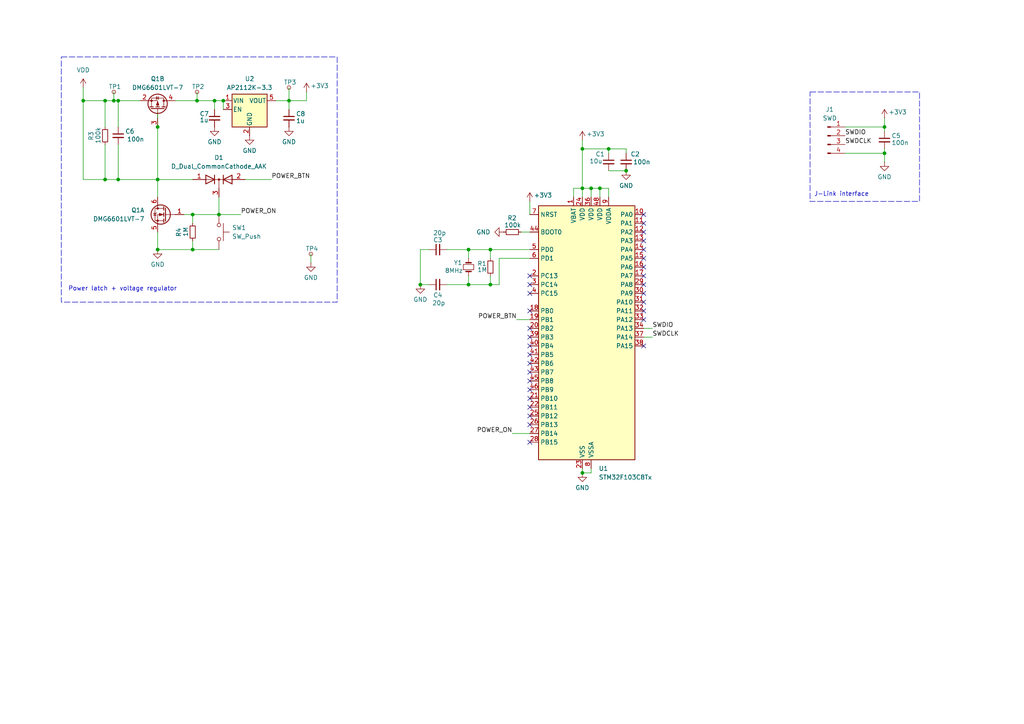
<source format=kicad_sch>
(kicad_sch (version 20231120) (generator "eeschema") (generator_version "8.0")
  (paper "A4")
  (title_block (title "Leany") (date "2024-08-23") (comment 1 "MIT License") (comment 2 "Copyright (c) 2023 Gilles Henrard"))
  (lib_symbols
    (symbol "Connector:Conn_01x04_Pin" (pin_names (offset 1.016) hide)
      (property "Reference" "J" (at 0 5.08 0))
      (property "Value" "Conn_01x04_Pin" (at 0 -7.62 0))
      (symbol "Conn_01x04_Pin_1_1"
        (polyline (pts (xy 1.27 -5.08) (xy 0.8636 -5.08)) (stroke (width 0.1524)))
        (polyline (pts (xy 1.27 -2.54) (xy 0.8636 -2.54)) (stroke (width 0.1524)))
        (polyline (pts (xy 1.27 0) (xy 0.8636 0)) (stroke (width 0.1524)))
        (polyline (pts (xy 1.27 2.54) (xy 0.8636 2.54)) (stroke (width 0.1524)))
        (rectangle (start 0.8636 -4.953) (end 0 -5.207) (stroke (width 0.1524)) (fill (type outline)))
        (rectangle (start 0.8636 -2.413) (end 0 -2.667) (stroke (width 0.1524)) (fill (type outline)))
        (rectangle (start 0.8636 0.127) (end 0 -0.127) (stroke (width 0.1524)) (fill (type outline)))
        (rectangle (start 0.8636 2.667) (end 0 2.413) (stroke (width 0.1524)) (fill (type outline)))
        (pin passive line (at 5.08 2.54 180) (length 3.81) (name "Pin_1") (number "1"))
        (pin passive line (at 5.08 0 180) (length 3.81) (name "Pin_2") (number "2"))
        (pin passive line (at 5.08 -2.54 180) (length 3.81) (name "Pin_3") (number "3"))
        (pin passive line (at 5.08 -5.08 180) (length 3.81) (name "Pin_4") (number "4"))
      )
    )
    (symbol "Connector:TestPoint_Small" (pin_numbers hide) (pin_names (offset 0.762) hide)
      (property "Reference" "TP" (at 0 3.81 0))
      (property "Value" "TestPoint_Small" (at 0 2.032 0))
      (symbol "TestPoint_Small_0_1"
        (circle (center 0 0) (radius 0.508))
      )
      (symbol "TestPoint_Small_1_1"
        (pin passive line (at 0 0 90) (length 0) (name "1") (number "1"))
      )
    )
    (symbol "Device:C_Small" (pin_numbers hide) (pin_names (offset 0.254) hide)
      (property "Reference" "C" (at 0.254 1.778 0))
      (property "Value" "C_Small" (at 0.254 -2.032 0))
      (symbol "C_Small_0_1"
        (polyline (pts (xy -1.524 -0.508) (xy 1.524 -0.508)) (stroke (width 0.3302)))
        (polyline (pts (xy -1.524 0.508) (xy 1.524 0.508)) (stroke (width 0.3048)))
      )
      (symbol "C_Small_1_1"
        (pin passive line (at 0 2.54 270) (length 2.032) (name "~") (number "1"))
        (pin passive line (at 0 -2.54 90) (length 2.032) (name "~") (number "2"))
      )
    )
    (symbol "Device:Crystal_Small" (pin_numbers hide) (pin_names (offset 1.016) hide)
      (property "Reference" "Y" (at 0 2.54 0))
      (property "Value" "Crystal_Small" (at 0 -2.54 0))
      (symbol "Crystal_Small_0_1"
        (rectangle (start -0.762 -1.524) (end 0.762 1.524))
        (polyline (pts (xy -1.27 -0.762) (xy -1.27 0.762)) (stroke (width 0.381)))
        (polyline (pts (xy 1.27 -0.762) (xy 1.27 0.762)) (stroke (width 0.381)))
      )
      (symbol "Crystal_Small_1_1"
        (pin passive line (at -2.54 0 0) (length 1.27) (name "1") (number "1"))
        (pin passive line (at 2.54 0 180) (length 1.27) (name "2") (number "2"))
      )
    )
    (symbol "Device:D_Dual_CommonCathode_AAK" (pin_names (offset 0.762) hide)
      (property "Reference" "D" (at 1.27 -2.54 0))
      (property "Value" "D_Dual_CommonCathode_AAK" (at 0 2.54 0))
      (symbol "D_Dual_CommonCathode_AAK_0_1"
        (polyline (pts (xy -3.81 0) (xy 3.81 0)))
        (polyline (pts (xy 0 0) (xy 0 -2.54)))
        (polyline (pts (xy -1.27 -1.27) (xy -1.27 1.27) (xy -1.27 1.27)) (stroke (width 0.254)))
        (polyline (pts (xy 1.27 -1.27) (xy 1.27 1.27) (xy 1.27 1.27)) (stroke (width 0.254)))
        (polyline (pts (xy -3.81 1.27) (xy -1.27 0) (xy -3.81 -1.27) (xy -3.81 1.27) (xy -3.81 1.27) (xy -3.81 1.27)) (stroke (width 0.254)))
        (polyline (pts (xy 3.81 -1.27) (xy 1.27 0) (xy 3.81 1.27) (xy 3.81 -1.27) (xy 3.81 -1.27) (xy 3.81 -1.27)) (stroke (width 0.254)))
        (circle (center 0 0) (radius 0.254) (fill (type outline)))
        (pin passive line (at -7.62 0 0) (length 3.81) (name "A") (number "1"))
        (pin passive line (at 7.62 0 180) (length 3.81) (name "A") (number "2"))
        (pin passive line (at 0 -5.08 90) (length 2.54) (name "K") (number "3"))
      )
    )
    (symbol "Device:R_Small" (pin_numbers hide) (pin_names (offset 0.254) hide)
      (property "Reference" "R" (at 0.762 0.508 0))
      (property "Value" "R_Small" (at 0.762 -1.016 0))
      (symbol "R_Small_0_1"
        (rectangle (start -0.762 1.778) (end 0.762 -1.778) (stroke (width 0.2032)))
      )
      (symbol "R_Small_1_1"
        (pin passive line (at 0 2.54 270) (length 0.762) (name "~") (number "1"))
        (pin passive line (at 0 -2.54 90) (length 0.762) (name "~") (number "2"))
      )
    )
    (symbol "MCU_ST_STM32F1:STM32F103C8Tx"
      (property "Reference" "U" (at -12.7 39.37 0))
      (property "Value" "STM32F103C8Tx" (at 10.16 39.37 0))
      (symbol "STM32F103C8Tx_0_1"
        (rectangle (start -12.7 -35.56) (end 15.24 38.1) (stroke (width 0.254)) (fill (type background)))
      )
      (symbol "STM32F103C8Tx_1_1"
        (pin power_in line (at -2.54 40.64 270) (length 2.54) (name "VBAT") (number "1"))
        (pin bidirectional line (at 17.78 35.56 180) (length 2.54) (name "PA0") (number "10"))
        (pin bidirectional line (at 17.78 33.02 180) (length 2.54) (name "PA1") (number "11"))
        (pin bidirectional line (at 17.78 30.48 180) (length 2.54) (name "PA2") (number "12"))
        (pin bidirectional line (at 17.78 27.94 180) (length 2.54) (name "PA3") (number "13"))
        (pin bidirectional line (at 17.78 25.4 180) (length 2.54) (name "PA4") (number "14"))
        (pin bidirectional line (at 17.78 22.86 180) (length 2.54) (name "PA5") (number "15"))
        (pin bidirectional line (at 17.78 20.32 180) (length 2.54) (name "PA6") (number "16"))
        (pin bidirectional line (at 17.78 17.78 180) (length 2.54) (name "PA7") (number "17"))
        (pin bidirectional line (at -15.24 7.62 0) (length 2.54) (name "PB0") (number "18"))
        (pin bidirectional line (at -15.24 5.08 0) (length 2.54) (name "PB1") (number "19"))
        (pin bidirectional line (at -15.24 17.78 0) (length 2.54) (name "PC13") (number "2"))
        (pin bidirectional line (at -15.24 2.54 0) (length 2.54) (name "PB2") (number "20"))
        (pin bidirectional line (at -15.24 -17.78 0) (length 2.54) (name "PB10") (number "21"))
        (pin bidirectional line (at -15.24 -20.32 0) (length 2.54) (name "PB11") (number "22"))
        (pin power_in line (at 0 -38.1 90) (length 2.54) (name "VSS") (number "23"))
        (pin power_in line (at 0 40.64 270) (length 2.54) (name "VDD") (number "24"))
        (pin bidirectional line (at -15.24 -22.86 0) (length 2.54) (name "PB12") (number "25"))
        (pin bidirectional line (at -15.24 -25.4 0) (length 2.54) (name "PB13") (number "26"))
        (pin bidirectional line (at -15.24 -27.94 0) (length 2.54) (name "PB14") (number "27"))
        (pin bidirectional line (at -15.24 -30.48 0) (length 2.54) (name "PB15") (number "28"))
        (pin bidirectional line (at 17.78 15.24 180) (length 2.54) (name "PA8") (number "29"))
        (pin bidirectional line (at -15.24 15.24 0) (length 2.54) (name "PC14") (number "3"))
        (pin bidirectional line (at 17.78 12.7 180) (length 2.54) (name "PA9") (number "30"))
        (pin bidirectional line (at 17.78 10.16 180) (length 2.54) (name "PA10") (number "31"))
        (pin bidirectional line (at 17.78 7.62 180) (length 2.54) (name "PA11") (number "32"))
        (pin bidirectional line (at 17.78 5.08 180) (length 2.54) (name "PA12") (number "33"))
        (pin bidirectional line (at 17.78 2.54 180) (length 2.54) (name "PA13") (number "34"))
        (pin passive line (at 0 -38.1 90) (length 2.54) hide (name "VSS") (number "35"))
        (pin power_in line (at 2.54 40.64 270) (length 2.54) (name "VDD") (number "36"))
        (pin bidirectional line (at 17.78 0 180) (length 2.54) (name "PA14") (number "37"))
        (pin bidirectional line (at 17.78 -2.54 180) (length 2.54) (name "PA15") (number "38"))
        (pin bidirectional line (at -15.24 0 0) (length 2.54) (name "PB3") (number "39"))
        (pin bidirectional line (at -15.24 12.7 0) (length 2.54) (name "PC15") (number "4"))
        (pin bidirectional line (at -15.24 -2.54 0) (length 2.54) (name "PB4") (number "40"))
        (pin bidirectional line (at -15.24 -5.08 0) (length 2.54) (name "PB5") (number "41"))
        (pin bidirectional line (at -15.24 -7.62 0) (length 2.54) (name "PB6") (number "42"))
        (pin bidirectional line (at -15.24 -10.16 0) (length 2.54) (name "PB7") (number "43"))
        (pin input line (at -15.24 30.48 0) (length 2.54) (name "BOOT0") (number "44"))
        (pin bidirectional line (at -15.24 -12.7 0) (length 2.54) (name "PB8") (number "45"))
        (pin bidirectional line (at -15.24 -15.24 0) (length 2.54) (name "PB9") (number "46"))
        (pin passive line (at 0 -38.1 90) (length 2.54) hide (name "VSS") (number "47"))
        (pin power_in line (at 5.08 40.64 270) (length 2.54) (name "VDD") (number "48"))
        (pin bidirectional line (at -15.24 25.4 0) (length 2.54) (name "PD0") (number "5"))
        (pin bidirectional line (at -15.24 22.86 0) (length 2.54) (name "PD1") (number "6"))
        (pin input line (at -15.24 35.56 0) (length 2.54) (name "NRST") (number "7"))
        (pin power_in line (at 2.54 -38.1 90) (length 2.54) (name "VSSA") (number "8"))
        (pin power_in line (at 7.62 40.64 270) (length 2.54) (name "VDDA") (number "9"))
      )
    )
    (symbol "Regulator_Linear:AP2112K-3.3" (pin_names (offset 0.254))
      (property "Reference" "U" (at -5.08 5.715 0))
      (property "Value" "AP2112K-3.3" (at 0 5.715 0))
      (symbol "AP2112K-3.3_0_1"
        (rectangle (start -5.08 4.445) (end 5.08 -5.08) (stroke (width 0.254)) (fill (type background)))
      )
      (symbol "AP2112K-3.3_1_1"
        (pin power_in line (at -7.62 2.54 0) (length 2.54) (name "VIN") (number "1"))
        (pin power_in line (at 0 -7.62 90) (length 2.54) (name "GND") (number "2"))
        (pin input line (at -7.62 0 0) (length 2.54) (name "EN") (number "3"))
        (pin no_connect line (at 5.08 0 180) (length 2.54) hide (name "NC") (number "4"))
        (pin power_out line (at 7.62 2.54 180) (length 2.54) (name "VOUT") (number "5"))
      )
    )
    (symbol "Switch:SW_Push" (pin_numbers hide) (pin_names (offset 1.016) hide)
      (property "Reference" "SW" (at 1.27 2.54 0))
      (property "Value" "SW_Push" (at 0 -1.524 0))
      (symbol "SW_Push_0_1"
        (circle (center -2.032 0) (radius 0.508))
        (polyline (pts (xy 0 1.27) (xy 0 3.048)))
        (polyline (pts (xy 2.54 1.27) (xy -2.54 1.27)))
        (circle (center 2.032 0) (radius 0.508))
        (pin passive line (at -5.08 0 0) (length 2.54) (name "1") (number "1"))
        (pin passive line (at 5.08 0 180) (length 2.54) (name "2") (number "2"))
      )
    )
    (symbol "leany-symbols:DMG6601LVT-7" (pin_names hide)
      (property "Reference" "Q" (at 2.54 1.905 0))
      (property "Value" "DMG6601LVT-7" (at 2.54 0 0))
      (symbol "DMG6601LVT-7_0_1"
        (circle (center -0.889 0) (radius 2.794) (stroke (width 0.254)))
        (circle (center 0 -1.778) (radius 0.254) (fill (type outline)))
        (polyline (pts (xy -2.286 0) (xy -5.08 0)))
        (polyline (pts (xy -2.286 1.905) (xy -2.286 -1.905)) (stroke (width 0.254)))
        (polyline (pts (xy -1.778 -1.27) (xy -1.778 -2.286)) (stroke (width 0.254)))
        (polyline (pts (xy -1.778 0.508) (xy -1.778 -0.508)) (stroke (width 0.254)))
        (polyline (pts (xy -1.778 2.286) (xy -1.778 1.27)) (stroke (width 0.254)))
        (polyline (pts (xy 0 2.54) (xy 0 1.778)))
        (polyline (pts (xy 0 -2.54) (xy 0 0) (xy -1.778 0)))
        (polyline (pts (xy -1.778 -1.778) (xy 0.762 -1.778) (xy 0.762 1.778) (xy -1.778 1.778)))
        (circle (center 0 1.778) (radius 0.254) (fill (type outline)))
      )
      (symbol "DMG6601LVT-7_1_1"
        (polyline (pts (xy -1.524 0) (xy -0.508 0.381) (xy -0.508 -0.381) (xy -1.524 0)) (fill (type outline)))
        (polyline (pts (xy 0.254 0.508) (xy 0.381 0.381) (xy 1.143 0.381) (xy 1.27 0.254)))
        (polyline (pts (xy 0.762 0.381) (xy 0.381 -0.254) (xy 1.143 -0.254) (xy 0.762 0.381)))
        (pin passive line (at -7.62 0 0) (length 2.54) (name "G") (number "1"))
        (pin passive line (at 0 -5.08 90) (length 2.54) (name "S") (number "5"))
        (pin passive line (at 0 5.08 270) (length 2.54) (name "D") (number "6"))
      )
      (symbol "DMG6601LVT-7_2_1"
        (polyline (pts (xy -0.254 0) (xy -1.27 0.381) (xy -1.27 -0.381) (xy -0.254 0)) (fill (type outline)))
        (polyline (pts (xy 0.254 -0.508) (xy 0.381 -0.381) (xy 1.143 -0.381) (xy 1.27 -0.254)))
        (polyline (pts (xy 0.762 -0.381) (xy 0.381 0.254) (xy 1.143 0.254) (xy 0.762 -0.381)))
        (pin passive line (at 0 -5.08 90) (length 2.54) (name "S") (number "2"))
        (pin passive line (at -7.62 0 0) (length 2.54) (name "G") (number "3"))
        (pin passive line (at 0 5.08 270) (length 2.54) (name "D") (number "4"))
      )
    )
    (symbol "power:+3V3" (power) (pin_numbers hide) (pin_names (offset 0) hide)
      (property "Value" "+3V3" (at 0 3.556 0))
      (symbol "+3V3_0_1"
        (polyline (pts (xy -0.762 1.27) (xy 0 2.54)))
        (polyline (pts (xy 0 0) (xy 0 2.54)))
        (polyline (pts (xy 0 2.54) (xy 0.762 1.27)))
      )
      (symbol "+3V3_1_1"
        (pin power_in line (at 0 0 90) (length 0) (name "~") (number "1"))
      )
    )
    (symbol "power:GND" (power) (pin_numbers hide) (pin_names (offset 0) hide)
      (property "Value" "GND" (at 0 -3.81 0))
      (symbol "GND_0_1"
        (polyline (pts (xy 0 0) (xy 0 -1.27) (xy 1.27 -1.27) (xy 0 -2.54) (xy -1.27 -1.27) (xy 0 -1.27)))
      )
      (symbol "GND_1_1"
        (pin power_in line (at 0 0 270) (length 0) (name "~") (number "1"))
      )
    )
    (symbol "power:VDD" (power) (pin_numbers hide) (pin_names (offset 0) hide)
      (property "Value" "VDD" (at 0 3.556 0))
      (symbol "VDD_0_1"
        (polyline (pts (xy -0.762 1.27) (xy 0 2.54)))
        (polyline (pts (xy 0 0) (xy 0 2.54)))
        (polyline (pts (xy 0 2.54) (xy 0.762 1.27)))
      )
      (symbol "VDD_1_1"
        (pin power_in line (at 0 0 90) (length 0) (name "~") (number "1"))
      )
    )
  )
  (junction (at 34.29 29.21))
  (junction (at 142.24 82.55))
  (junction (at 24.13 29.21))
  (junction (at 45.72 36.83))
  (junction (at 30.48 52.07))
  (junction (at 57.15 29.21))
  (junction (at 168.91 137.16))
  (junction (at 33.02 29.21))
  (junction (at 181.61 49.53))
  (junction (at 171.45 54.61))
  (junction (at 55.88 62.23))
  (junction (at 135.89 72.39))
  (junction (at 30.48 29.21))
  (junction (at 176.53 43.18))
  (junction (at 168.91 43.18))
  (junction (at 64.77 29.21))
  (junction (at 121.92 82.55))
  (junction (at 256.54 44.45))
  (junction (at 34.29 52.07))
  (junction (at 135.89 82.55))
  (junction (at 55.88 72.39))
  (junction (at 83.82 29.21))
  (junction (at 168.91 54.61))
  (junction (at 63.5 62.23))
  (junction (at 256.54 36.83))
  (junction (at 142.24 72.39))
  (junction (at 173.99 54.61))
  (junction (at 45.72 72.39))
  (junction (at 62.23 29.21))
  (junction (at 45.72 52.07))
  (no_connect (at 153.67 115.57))
  (no_connect (at 186.69 90.17))
  (no_connect (at 186.69 69.85))
  (no_connect (at 153.67 102.87))
  (no_connect (at 153.67 90.17))
  (no_connect (at 186.69 80.01))
  (no_connect (at 186.69 62.23))
  (no_connect (at 153.67 82.55))
  (no_connect (at 186.69 100.33))
  (no_connect (at 186.69 85.09))
  (no_connect (at 186.69 87.63))
  (no_connect (at 186.69 72.39))
  (no_connect (at 153.67 118.11))
  (no_connect (at 186.69 77.47))
  (no_connect (at 153.67 110.49))
  (no_connect (at 186.69 67.31))
  (no_connect (at 153.67 120.65))
  (no_connect (at 186.69 64.77))
  (no_connect (at 153.67 80.01))
  (no_connect (at 153.67 113.03))
  (no_connect (at 153.67 100.33))
  (no_connect (at 153.67 85.09))
  (no_connect (at 153.67 95.25))
  (no_connect (at 186.69 82.55))
  (no_connect (at 153.67 105.41))
  (no_connect (at 153.67 97.79))
  (no_connect (at 153.67 123.19))
  (no_connect (at 153.67 107.95))
  (no_connect (at 153.67 128.27))
  (no_connect (at 186.69 74.93))
  (no_connect (at 186.69 92.71))
  (wire (pts (xy 83.82 29.21) (xy 83.82 31.75)))
  (wire (pts (xy 135.89 72.39) (xy 129.54 72.39)))
  (wire (pts (xy 181.61 43.18) (xy 181.61 44.45)))
  (wire (pts (xy 186.69 97.79) (xy 189.23 97.79)))
  (wire (pts (xy 45.72 33.02) (xy 45.72 36.83)))
  (wire (pts (xy 64.77 29.21) (xy 62.23 29.21)))
  (wire (pts (xy 245.11 36.83) (xy 256.54 36.83)))
  (wire (pts (xy 168.91 137.16) (xy 168.91 135.89)))
  (wire (pts (xy 45.72 52.07) (xy 45.72 57.15)))
  (wire (pts (xy 144.78 82.55) (xy 144.78 74.93)))
  (wire (pts (xy 62.23 29.21) (xy 62.23 31.75)))
  (wire (pts (xy 45.72 67.31) (xy 45.72 72.39)))
  (wire (pts (xy 149.86 92.71) (xy 153.67 92.71)))
  (wire (pts (xy 34.29 29.21) (xy 40.64 29.21)))
  (wire (pts (xy 63.5 57.15) (xy 63.5 62.23)))
  (wire (pts (xy 144.78 74.93) (xy 153.67 74.93)))
  (wire (pts (xy 24.13 52.07) (xy 30.48 52.07)))
  (wire (pts (xy 90.17 73.66) (xy 90.17 76.2)))
  (wire (pts (xy 173.99 54.61) (xy 176.53 54.61)))
  (wire (pts (xy 176.53 43.18) (xy 181.61 43.18)))
  (wire (pts (xy 33.02 26.67) (xy 33.02 29.21)))
  (wire (pts (xy 50.8 29.21) (xy 57.15 29.21)))
  (wire (pts (xy 34.29 41.91) (xy 34.29 52.07)))
  (wire (pts (xy 53.34 62.23) (xy 55.88 62.23)))
  (wire (pts (xy 24.13 29.21) (xy 24.13 52.07)))
  (wire (pts (xy 88.9 29.21) (xy 88.9 26.67)))
  (wire (pts (xy 57.15 29.21) (xy 62.23 29.21)))
  (wire (pts (xy 57.15 26.67) (xy 57.15 29.21)))
  (wire (pts (xy 142.24 72.39) (xy 142.24 74.93)))
  (wire (pts (xy 142.24 82.55) (xy 144.78 82.55)))
  (wire (pts (xy 34.29 29.21) (xy 34.29 36.83)))
  (wire (pts (xy 83.82 29.21) (xy 88.9 29.21)))
  (wire (pts (xy 256.54 43.18) (xy 256.54 44.45)))
  (wire (pts (xy 33.02 29.21) (xy 34.29 29.21)))
  (wire (pts (xy 153.67 58.42) (xy 153.67 62.23)))
  (wire (pts (xy 71.12 52.07) (xy 78.74 52.07)))
  (wire (pts (xy 173.99 54.61) (xy 173.99 57.15)))
  (wire (pts (xy 166.37 57.15) (xy 166.37 54.61)))
  (wire (pts (xy 30.48 41.91) (xy 30.48 52.07)))
  (wire (pts (xy 168.91 54.61) (xy 168.91 57.15)))
  (wire (pts (xy 256.54 36.83) (xy 256.54 38.1)))
  (wire (pts (xy 30.48 29.21) (xy 30.48 36.83)))
  (wire (pts (xy 83.82 25.4) (xy 83.82 29.21)))
  (wire (pts (xy 168.91 43.18) (xy 168.91 54.61)))
  (wire (pts (xy 171.45 137.16) (xy 171.45 135.89)))
  (wire (pts (xy 171.45 54.61) (xy 173.99 54.61)))
  (wire (pts (xy 45.72 52.07) (xy 55.88 52.07)))
  (wire (pts (xy 148.59 125.73) (xy 153.67 125.73)))
  (wire (pts (xy 24.13 29.21) (xy 30.48 29.21)))
  (wire (pts (xy 168.91 43.18) (xy 176.53 43.18)))
  (wire (pts (xy 135.89 72.39) (xy 135.89 74.93)))
  (wire (pts (xy 256.54 36.83) (xy 256.54 34.29)))
  (wire (pts (xy 168.91 40.64) (xy 168.91 43.18)))
  (wire (pts (xy 129.54 82.55) (xy 135.89 82.55)))
  (wire (pts (xy 55.88 62.23) (xy 55.88 64.77)))
  (wire (pts (xy 171.45 54.61) (xy 171.45 57.15)))
  (wire (pts (xy 80.01 29.21) (xy 83.82 29.21)))
  (wire (pts (xy 55.88 69.85) (xy 55.88 72.39)))
  (wire (pts (xy 121.92 82.55) (xy 124.46 82.55)))
  (wire (pts (xy 55.88 62.23) (xy 63.5 62.23)))
  (wire (pts (xy 142.24 80.01) (xy 142.24 82.55)))
  (wire (pts (xy 121.92 72.39) (xy 121.92 82.55)))
  (wire (pts (xy 55.88 72.39) (xy 63.5 72.39)))
  (wire (pts (xy 181.61 49.53) (xy 176.53 49.53)))
  (wire (pts (xy 142.24 72.39) (xy 135.89 72.39)))
  (wire (pts (xy 153.67 72.39) (xy 142.24 72.39)))
  (wire (pts (xy 256.54 44.45) (xy 245.11 44.45)))
  (wire (pts (xy 30.48 29.21) (xy 33.02 29.21)))
  (wire (pts (xy 176.53 54.61) (xy 176.53 57.15)))
  (wire (pts (xy 24.13 25.4) (xy 24.13 29.21)))
  (wire (pts (xy 166.37 54.61) (xy 168.91 54.61)))
  (wire (pts (xy 64.77 29.21) (xy 64.77 31.75)))
  (wire (pts (xy 135.89 82.55) (xy 142.24 82.55)))
  (wire (pts (xy 45.72 36.83) (xy 45.72 52.07)))
  (wire (pts (xy 135.89 80.01) (xy 135.89 82.55)))
  (wire (pts (xy 63.5 62.23) (xy 69.85 62.23)))
  (wire (pts (xy 256.54 46.99) (xy 256.54 44.45)))
  (wire (pts (xy 34.29 52.07) (xy 45.72 52.07)))
  (wire (pts (xy 176.53 43.18) (xy 176.53 44.45)))
  (wire (pts (xy 45.72 72.39) (xy 55.88 72.39)))
  (wire (pts (xy 186.69 95.25) (xy 189.23 95.25)))
  (wire (pts (xy 168.91 54.61) (xy 171.45 54.61)))
  (wire (pts (xy 121.92 72.39) (xy 124.46 72.39)))
  (wire (pts (xy 168.91 137.16) (xy 171.45 137.16)))
  (wire (pts (xy 30.48 52.07) (xy 34.29 52.07)))
  (wire (pts (xy 151.13 67.31) (xy 153.67 67.31)))
  (rectangle (start 234.95 26.67) (end 266.7 58.42) (stroke (width 0) (type dash)))
  (rectangle (start 17.78 16.51) (end 97.79 87.63) (stroke (width 0) (type dash)))
  (text "Power latch + voltage regulator" (at 35.56 83.82 0) (effects (font (size 1.27 1.27))))
  (text "J-Link interface" (at 244.094 56.388 0) (effects (font (size 1.27 1.27))))
  (label "POWER_BTN" (at 149.86 92.71 180))
  (label "SWDCLK" (at 189.23 97.79 0))
  (label "POWER_ON" (at 148.59 125.73 180))
  (label "SWDIO" (at 245.11 39.37 0))
  (label "POWER_BTN" (at 78.74 52.07 0))
  (label "SWDCLK" (at 245.11 41.91 0))
  (label "SWDIO" (at 189.23 95.25 0))
  (label "POWER_ON" (at 69.85 62.23 0))
  (symbol (lib_id "power:GND") (at 256.54 46.99 0) (unit 1)
    (property "Reference" "#PWR09" (effects (hide yes)))
    (property "Value" "GND" (at 256.54 51.308 0))
    (property "Description" "Power symbol creates a global label with name \"GND\" , ground" (effects (hide yes)))
  )
  (symbol (lib_id "power:GND") (at 90.17 76.2 0) (unit 1)
    (property "Reference" "#PWR010" (effects (hide yes)))
    (property "Value" "GND" (at 90.17 80.518 0))
    (property "Description" "Power symbol creates a global label with name \"GND\" , ground" (effects (hide yes)))
  )
  (symbol (lib_id "power:GND") (at 146.05 67.31 270) (unit 1)
    (property "Reference" "#PWR05" (effects (hide yes)))
    (property "Value" "GND" (at 142.24 67.3099 90) (effects (justify right)))
    (property "Description" "Power symbol creates a global label with name \"GND\" , ground" (effects (hide yes)))
  )
  (symbol (lib_id "power:GND") (at 83.82 36.83 0) (unit 1)
    (property "Reference" "#PWR014" (effects (hide yes)))
    (property "Value" "GND" (at 83.82 41.148 0))
    (property "Description" "Power symbol creates a global label with name \"GND\" , ground" (effects (hide yes)))
  )
  (symbol (lib_id "Device:C_Small") (at 83.82 34.29 0) (unit 1)
    (property "Reference" "C8" (at 85.852 33.02 0) (effects (justify left)))
    (property "Value" "1u" (at 85.852 35.052 0) (effects (justify left)))
    (property "Footprint" "Capacitor_SMD:C_0201_0603Metric" (effects (hide yes)))
    (property "Description" "Unpolarized capacitor, small symbol" (effects (hide yes)))
  )
  (symbol (lib_id "Device:C_Small") (at 176.53 46.99 0) (unit 1)
    (property "Reference" "C1" (at 172.72 44.704 0) (effects (justify left)))
    (property "Value" "10u" (at 170.942 46.736 0) (effects (justify left)))
    (property "Footprint" "Capacitor_SMD:C_0201_0603Metric" (effects (hide yes)))
    (property "Description" "Unpolarized capacitor, small symbol" (effects (hide yes)))
  )
  (symbol (lib_id "Connector:Conn_01x04_Pin") (at 240.03 39.37 0) (unit 1)
    (property "Reference" "J1" (at 240.665 31.75 0))
    (property "Value" "SWD" (at 240.665 34.29 0))
    (property "Description" "Generic connector, single row, 01x04, script generated" (effects (hide yes)))
  )
  (symbol (lib_id "power:GND") (at 72.39 39.37 0) (unit 1)
    (property "Reference" "#PWR013" (effects (hide yes)))
    (property "Value" "GND" (at 72.39 43.688 0))
    (property "Description" "Power symbol creates a global label with name \"GND\" , ground" (effects (hide yes)))
  )
  (symbol (lib_id "Device:C_Small") (at 127 82.55 90) (unit 1)
    (property "Reference" "C4" (at 127 85.598 90))
    (property "Value" "20p" (at 127.254 87.884 90))
    (property "Footprint" "Capacitor_SMD:C_0201_0603Metric" (effects (hide yes)))
    (property "Description" "Unpolarized capacitor, small symbol" (effects (hide yes)))
  )
  (symbol (lib_id "Device:C_Small") (at 256.54 40.64 0) (unit 1)
    (property "Reference" "C5" (at 258.572 39.37 0) (effects (justify left)))
    (property "Value" "100n" (at 258.572 41.402 0) (effects (justify left)))
    (property "Footprint" "Capacitor_SMD:C_0201_0603Metric" (effects (hide yes)))
    (property "Description" "Unpolarized capacitor, small symbol" (effects (hide yes)))
  )
  (symbol (lib_id "MCU_ST_STM32F1:STM32F103C8Tx") (at 168.91 97.79 0) (unit 1)
    (property "Reference" "U1" (at 173.6441 135.89 0) (effects (justify left)))
    (property "Value" "STM32F103C8Tx" (at 173.6441 138.43 0) (effects (justify left)))
    (property "Footprint" "Package_QFP:LQFP-48_7x7mm_P0.5mm" (effects (hide yes)))
    (property "Datasheet" "https://www.st.com/resource/en/datasheet/stm32f103c8.pdf" (effects (hide yes)))
    (property "Description" "STMicroelectronics Arm Cortex-M3 MCU, 64KB flash, 20KB RAM, 72 MHz, 2.0-3.6V, 37 GPIO, LQFP48" (effects (hide yes)))
  )
  (symbol (lib_id "power:GND") (at 168.91 137.16 0) (unit 1)
    (property "Reference" "#PWR03" (effects (hide yes)))
    (property "Value" "GND" (at 168.91 141.478 0))
    (property "Description" "Power symbol creates a global label with name \"GND\" , ground" (effects (hide yes)))
  )
  (symbol (lib_id "Switch:SW_Push") (at 63.5 67.31 270) (unit 1)
    (property "Reference" "SW1" (at 67.31 66.0399 90) (effects (justify left)))
    (property "Value" "SW_Push" (at 67.31 68.5799 90) (effects (justify left)))
    (property "Description" "Push button switch, generic, two pins" (effects (hide yes)))
  )
  (symbol (lib_id "power:GND") (at 62.23 36.83 0) (unit 1)
    (property "Reference" "#PWR07" (effects (hide yes)))
    (property "Value" "GND" (at 62.23 41.148 0))
    (property "Description" "Power symbol creates a global label with name \"GND\" , ground" (effects (hide yes)))
  )
  (symbol (lib_id "power:+3V3") (at 256.54 34.29 0) (unit 1)
    (property "Reference" "#PWR08" (effects (hide yes)))
    (property "Value" "+3V3" (at 260.35 32.512 0))
    (property "Description" "Power symbol creates a global label with name \"+3V3\"" (effects (hide yes)))
  )
  (symbol (lib_id "leany-symbols:DMG6601LVT-7") (at 45.72 62.23 0) (mirror y) (unit 1)
    (property "Reference" "Q1" (at 41.91 60.9599 0) (effects (justify left)))
    (property "Value" "DMG6601LVT-7" (at 41.91 63.4999 0) (effects (justify left)))
    (property "Footprint" "Package_TO_SOT_SMD:TSOT-23-6" (effects (hide yes)))
    (property "Datasheet" "https://www.diodes.com/assets/Datasheets/DMG6601LVT.pdf" (effects (hide yes)))
    (property "Description" "3.6A/-2.1A Id, 30V Vds, Complementary pair enhancement mode P-Channel and N-Channel MOSFET, TSOT-23-6" (effects (hide yes)))
  )
  (symbol (lib_id "Device:D_Dual_CommonCathode_AAK") (at 63.5 52.07 0) (unit 1)
    (property "Reference" "D1" (at 63.5 45.72 0))
    (property "Value" "D_Dual_CommonCathode_AAK" (at 63.5 48.26 0))
    (property "Description" "Dual diode, common cathode on pin 3" (effects (hide yes)))
  )
  (symbol (lib_id "Device:C_Small") (at 62.23 34.29 0) (unit 1)
    (property "Reference" "C7" (at 57.912 33.02 0) (effects (justify left)))
    (property "Value" "1u" (at 57.912 34.798 0) (effects (justify left)))
    (property "Footprint" "Capacitor_SMD:C_0201_0603Metric" (effects (hide yes)))
    (property "Description" "Unpolarized capacitor, small symbol" (effects (hide yes)))
  )
  (symbol (lib_id "power:GND") (at 45.72 72.39 0) (unit 1)
    (property "Reference" "#PWR011" (effects (hide yes)))
    (property "Value" "GND" (at 45.72 76.708 0))
    (property "Description" "Power symbol creates a global label with name \"GND\" , ground" (effects (hide yes)))
  )
  (symbol (lib_id "Device:R_Small") (at 148.59 67.31 90) (unit 1)
    (property "Reference" "R2" (at 149.86 63.246 90) (effects (justify left)))
    (property "Value" "100k" (at 151.13 65.278 90) (effects (justify left)))
    (property "Footprint" "Resistor_SMD:R_0603_1608Metric" (effects (hide yes)))
    (property "Description" "Resistor, small symbol" (effects (hide yes)))
  )
  (symbol (lib_id "Device:C_Small") (at 181.61 46.99 0) (unit 1)
    (property "Reference" "C2" (at 182.88 44.704 0) (effects (justify left)))
    (property "Value" "100n" (at 183.642 46.99 0) (effects (justify left)))
    (property "Footprint" "Capacitor_SMD:C_0201_0603Metric" (effects (hide yes)))
    (property "Description" "Unpolarized capacitor, small symbol" (effects (hide yes)))
  )
  (symbol (lib_id "Device:C_Small") (at 34.29 39.37 0) (unit 1)
    (property "Reference" "C6" (at 36.322 38.1 0) (effects (justify left)))
    (property "Value" "100n" (at 36.83 40.386 0) (effects (justify left)))
    (property "Footprint" "Capacitor_SMD:C_0201_0603Metric" (effects (hide yes)))
    (property "Description" "Unpolarized capacitor, small symbol" (effects (hide yes)))
  )
  (symbol (lib_id "Device:R_Small") (at 142.24 77.47 0) (unit 1)
    (property "Reference" "R1" (at 138.43 76.454 0) (effects (justify left)))
    (property "Value" "1M" (at 138.43 78.232 0) (effects (justify left)))
    (property "Footprint" "Resistor_SMD:R_0603_1608Metric" (effects (hide yes)))
    (property "Description" "Resistor, small symbol" (effects (hide yes)))
  )
  (symbol (lib_id "Device:R_Small") (at 30.48 39.37 180) (unit 1)
    (property "Reference" "R3" (at 26.416 38.1 90) (effects (justify left)))
    (property "Value" "100k" (at 28.448 36.83 90) (effects (justify left)))
    (property "Footprint" "Resistor_SMD:R_0603_1608Metric" (effects (hide yes)))
    (property "Description" "Resistor, small symbol" (effects (hide yes)))
  )
  (symbol (lib_id "Connector:TestPoint_Small") (at 83.82 25.4 0) (unit 1)
    (property "Reference" "TP3" (at 82.296 23.876 0) (effects (justify left)))
    (property "Value" "TestPoint_Small" (effects (hide yes)))
    (property "Description" "test point" (effects (hide yes)))
  )
  (symbol (lib_id "power:GND") (at 121.92 82.55 0) (unit 1)
    (property "Reference" "#PWR04" (effects (hide yes)))
    (property "Value" "GND" (at 121.92 86.868 0))
    (property "Description" "Power symbol creates a global label with name \"GND\" , ground" (effects (hide yes)))
  )
  (symbol (lib_id "power:+3V3") (at 153.67 58.42 0) (unit 1)
    (property "Reference" "#PWR016" (effects (hide yes)))
    (property "Value" "+3V3" (at 157.48 56.642 0))
    (property "Description" "Power symbol creates a global label with name \"+3V3\"" (effects (hide yes)))
  )
  (symbol (lib_id "Connector:TestPoint_Small") (at 33.02 26.67 0) (unit 1)
    (property "Reference" "TP1" (at 31.496 25.146 0) (effects (justify left)))
    (property "Value" "TestPoint_Small" (effects (hide yes)))
    (property "Description" "test point" (effects (hide yes)))
  )
  (symbol (lib_id "power:+3V3") (at 168.91 40.64 0) (unit 1)
    (property "Reference" "#PWR015" (effects (hide yes)))
    (property "Value" "+3V3" (at 172.72 38.862 0))
    (property "Description" "Power symbol creates a global label with name \"+3V3\"" (effects (hide yes)))
  )
  (symbol (lib_id "Connector:TestPoint_Small") (at 57.15 26.67 0) (unit 1)
    (property "Reference" "TP2" (at 55.626 25.146 0) (effects (justify left)))
    (property "Value" "TestPoint_Small" (effects (hide yes)))
    (property "Description" "test point" (effects (hide yes)))
  )
  (symbol (lib_id "Device:Crystal_Small") (at 135.89 77.47 90) (unit 1)
    (property "Reference" "Y1" (at 131.572 76.2 90) (effects (justify right)))
    (property "Value" "8MHz" (at 129.032 78.486 90) (effects (justify right)))
    (property "Footprint" "Crystal:Crystal_SMD_0603-2Pin_6.0x3.5mm" (effects (hide yes)))
    (property "Description" "Two pin crystal, small symbol" (effects (hide yes)))
  )
  (symbol (lib_id "Device:R_Small") (at 55.88 67.31 180) (unit 1)
    (property "Reference" "R4" (at 51.816 66.04 90) (effects (justify left)))
    (property "Value" "1M" (at 53.848 65.786 90) (effects (justify left)))
    (property "Footprint" "Resistor_SMD:R_0603_1608Metric" (effects (hide yes)))
    (property "Description" "Resistor, small symbol" (effects (hide yes)))
  )
  (symbol (lib_id "power:VDD") (at 24.13 25.4 0) (unit 1)
    (property "Reference" "#PWR06" (effects (hide yes)))
    (property "Value" "VDD" (at 24.13 20.32 0))
    (property "Description" "Power symbol creates a global label with name \"VDD\"" (effects (hide yes)))
  )
  (symbol (lib_id "Connector:TestPoint_Small") (at 90.17 73.66 0) (unit 1)
    (property "Reference" "TP4" (at 88.646 72.136 0) (effects (justify left)))
    (property "Value" "TestPoint_Small" (effects (hide yes)))
    (property "Description" "test point" (effects (hide yes)))
  )
  (symbol (lib_id "Device:C_Small") (at 127 72.39 90) (unit 1)
    (property "Reference" "C3" (at 127 69.596 90))
    (property "Value" "20p" (at 127.508 67.564 90))
    (property "Footprint" "Capacitor_SMD:C_0201_0603Metric" (effects (hide yes)))
    (property "Description" "Unpolarized capacitor, small symbol" (effects (hide yes)))
  )
  (symbol (lib_id "power:+3V3") (at 88.9 26.67 0) (unit 1)
    (property "Reference" "#PWR01" (effects (hide yes)))
    (property "Value" "+3V3" (at 92.71 24.892 0))
    (property "Description" "Power symbol creates a global label with name \"+3V3\"" (effects (hide yes)))
  )
  (symbol (lib_id "Regulator_Linear:AP2112K-3.3") (at 72.39 31.75 0) (unit 1)
    (property "Reference" "U2" (at 72.39 22.86 0))
    (property "Value" "AP2112K-3.3" (at 72.39 25.4 0))
    (property "Footprint" "Package_TO_SOT_SMD:SOT-23-5" (effects (hide yes)))
    (property "Datasheet" "https://www.diodes.com/assets/Datasheets/AP2112.pdf" (effects (hide yes)))
    (property "Description" "600mA low dropout linear regulator, with enable pin, 3.8V-6V input voltage range, 3.3V fixed positive output, SOT-23-5" (effects (hide yes)))
  )
  (symbol (lib_id "power:GND") (at 181.61 49.53 0) (unit 1)
    (property "Reference" "#PWR02" (effects (hide yes)))
    (property "Value" "GND" (at 181.61 53.848 0))
    (property "Description" "Power symbol creates a global label with name \"GND\" , ground" (effects (hide yes)))
  )
  (symbol (lib_id "leany-symbols:DMG6601LVT-7") (at 45.72 29.21 270) (mirror x) (unit 2)
    (property "Reference" "Q1" (at 45.72 22.86 90))
    (property "Value" "DMG6601LVT-7" (at 45.72 25.4 90))
    (property "Footprint" "Package_TO_SOT_SMD:TSOT-23-6" (effects (hide yes)))
    (property "Datasheet" "https://www.diodes.com/assets/Datasheets/DMG6601LVT.pdf" (effects (hide yes)))
    (property "Description" "3.6A/-2.1A Id, 30V Vds, Complementary pair enhancement mode P-Channel and N-Channel MOSFET, TSOT-23-6" (effects (hide yes)))
  )
)
</source>
